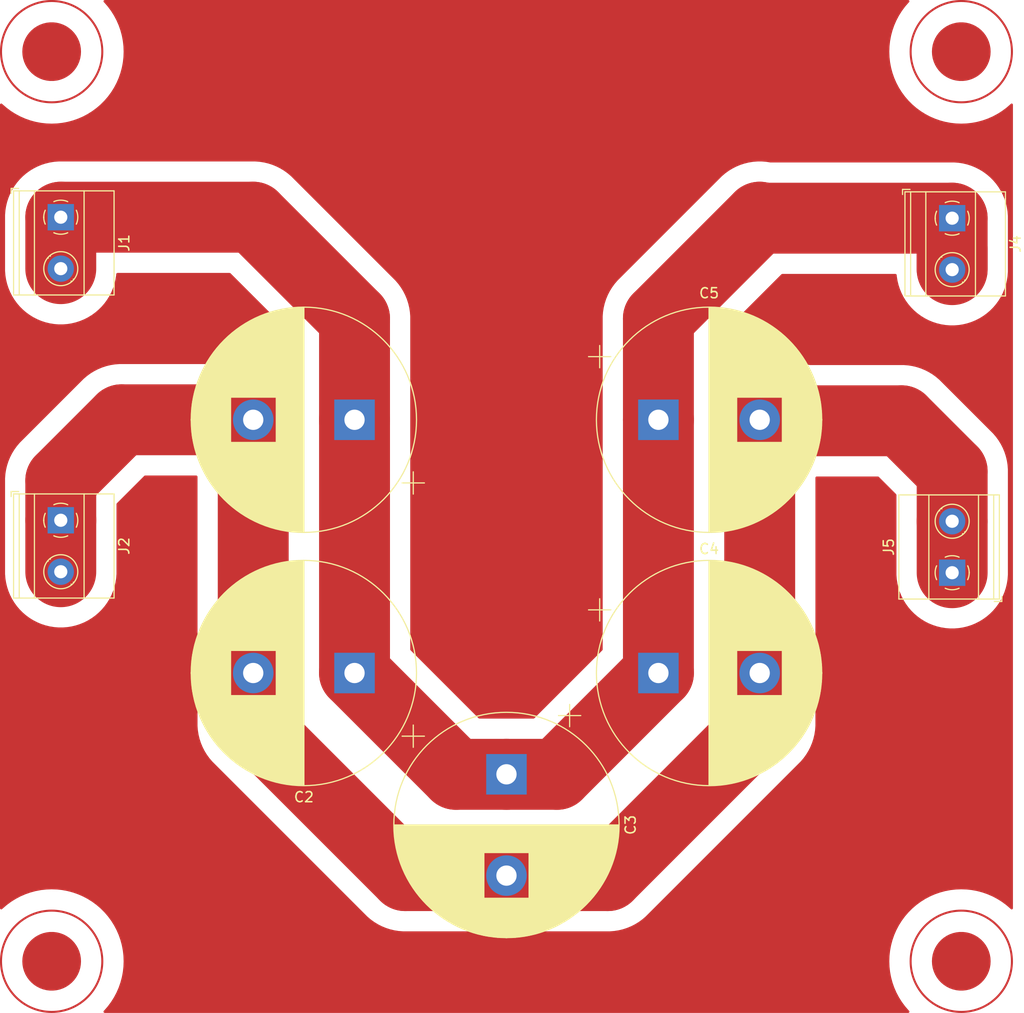
<source format=kicad_pcb>
(kicad_pcb (version 20240108) (generator "pcbnew") (generator_version "8.0")
  (layers (0 "F.Cu" signal) (31 "B.Cu" signal) (34 "B.Paste" user) (35 "F.Paste" user) (36 "B.SilkS" user "B.Silkscreen") (37 "F.SilkS" user "F.Silkscreen") (38 "B.Mask" user) (39 "F.Mask" user) (44 "Edge.Cuts" user))
  (net 0 "")
  (net 1 "Net-(J2-Pin_1)")
  (net 2 "Net-(J1-Pin_1)")
  (footprint "Capacitor_THT:CP_Radial_D22.0mm_P10.00mm_SnapIn" (layer "F.Cu") (at 85 91.442169 180)
    (property "Reference" "C2" (at 5 -12.25 0) (layer "F.SilkS"))
    (property "Value" "C_Polarized" (hide yes))
    (pad "1" thru_hole rect (at 0 0 180) (size 4 4) (drill 2) (layers "*.Cu" "*.Mask") (net 2 "Net-(J1-Pin_1)"))
    (pad "2" thru_hole circle (at 10 0 180) (size 4 4) (drill 2) (layers "*.Cu" "*.Mask") (net 1 "Net-(J2-Pin_1)"))
  )
  (footprint "Capacitor_THT:CP_Radial_D22.0mm_P10.00mm_SnapIn" (layer "F.Cu") (at 85 66.442169 180)
    (property "Reference" "C1" (hide yes))
    (property "Value" "C_Polarized")
    (pad "1" thru_hole rect (at 0 0 180) (size 4 4) (drill 2) (layers "*.Cu" "*.Mask") (net 2 "Net-(J1-Pin_1)"))
    (pad "2" thru_hole circle (at 10 0 180) (size 4 4) (drill 2) (layers "*.Cu" "*.Mask") (net 1 "Net-(J2-Pin_1)"))
  )
  (footprint "Capacitor_THT:CP_Radial_D22.0mm_P10.00mm_SnapIn" (layer "F.Cu") (at 115 91.442169)
    (property "Reference" "C4" (at 5 -12.25 0) (layer "F.SilkS"))
    (property "Value" "C_Polarized")
    (pad "1" thru_hole rect (at 0 0) (size 4 4) (drill 2) (layers "*.Cu" "*.Mask") (net 2 "Net-(J1-Pin_1)"))
    (pad "2" thru_hole circle (at 10 0) (size 4 4) (drill 2) (layers "*.Cu" "*.Mask") (net 1 "Net-(J2-Pin_1)"))
  )
  (footprint "TerminalBlock_Phoenix:TerminalBlock_Phoenix_MKDS-1,5-2-5.08_1x02_P5.08mm_Horizontal" (layer "F.Cu") (at 56 76.362169 -90)
    (property "Reference" "J2" (at 2.54 -6.26 90) (layer "F.SilkS"))
    (property "Value" "Screw_Terminal_01x02" (hide yes))
    (pad "1" thru_hole rect (at 0 0 270) (size 2.6 2.6) (drill 1.3) (layers "*.Cu" "*.Mask") (net 1 "Net-(J2-Pin_1)"))
    (pad "2" thru_hole circle (at 5.08 0 270) (size 2.6 2.6) (drill 1.3) (layers "*.Cu" "*.Mask") (net 1 "Net-(J2-Pin_1)"))
  )
  (footprint "TerminalBlock_Phoenix:TerminalBlock_Phoenix_MKDS-1,5-2-5.08_1x02_P5.08mm_Horizontal" (layer "F.Cu") (at 56 46.442169 -90)
    (property "Reference" "J1" (at 2.54 -6.26 90) (layer "F.SilkS"))
    (property "Value" "Screw_Terminal_01x02" (hide yes))
    (pad "1" thru_hole rect (at 0 0 270) (size 2.6 2.6) (drill 1.3) (layers "*.Cu" "*.Mask") (net 2 "Net-(J1-Pin_1)"))
    (pad "2" thru_hole circle (at 5.08 0 270) (size 2.6 2.6) (drill 1.3) (layers "*.Cu" "*.Mask") (net 2 "Net-(J1-Pin_1)"))
  )
  (footprint "Capacitor_THT:CP_Radial_D22.0mm_P10.00mm_SnapIn" (layer "F.Cu") (at 100 101.442169 -90)
    (property "Reference" "C3" (at 5 -12.25 90) (layer "F.SilkS"))
    (property "Value" "C_Polarized")
    (pad "1" thru_hole rect (at 0 0 270) (size 4 4) (drill 2) (layers "*.Cu" "*.Mask") (net 2 "Net-(J1-Pin_1)"))
    (pad "2" thru_hole circle (at 10 0 270) (size 4 4) (drill 2) (layers "*.Cu" "*.Mask") (net 1 "Net-(J2-Pin_1)"))
  )
  (footprint "TerminalBlock_Phoenix:TerminalBlock_Phoenix_MKDS-1,5-2-5.08_1x02_P5.08mm_Horizontal" (layer "F.Cu") (at 144 81.54 90)
    (property "Reference" "J5" (at 2.54 -6.26 90) (layer "F.SilkS"))
    (property "Value" "Screw_Terminal_01x02" (hide yes))
    (pad "1" thru_hole rect (at 0 0 90) (size 2.6 2.6) (drill 1.3) (layers "*.Cu" "*.Mask") (net 1 "Net-(J2-Pin_1)"))
    (pad "2" thru_hole circle (at 5.08 0 90) (size 2.6 2.6) (drill 1.3) (layers "*.Cu" "*.Mask") (net 1 "Net-(J2-Pin_1)"))
  )
  (footprint "TerminalBlock_Phoenix:TerminalBlock_Phoenix_MKDS-1,5-2-5.08_1x02_P5.08mm_Horizontal" (layer "F.Cu") (at 144 46.54 -90)
    (property "Reference" "J4" (at 2.54 -6.26 90) (layer "F.SilkS"))
    (property "Value" "Screw_Terminal_01x02" (hide yes))
    (pad "1" thru_hole rect (at 0 0 270) (size 2.6 2.6) (drill 1.3) (layers "*.Cu" "*.Mask") (net 2 "Net-(J1-Pin_1)"))
    (pad "2" thru_hole circle (at 5.08 0 270) (size 2.6 2.6) (drill 1.3) (layers "*.Cu" "*.Mask") (net 2 "Net-(J1-Pin_1)"))
  )
  (footprint "Capacitor_THT:CP_Radial_D22.0mm_P10.00mm_SnapIn" (layer "F.Cu") (at 115 66.442169)
    (property "Reference" "C5" (at 5 -12.5 180) (layer "F.SilkS"))
    (property "Value" "C_Polarized")
    (pad "1" thru_hole rect (at 0 0) (size 4 4) (drill 2) (layers "*.Cu" "*.Mask") (net 2 "Net-(J1-Pin_1)"))
    (pad "2" thru_hole circle (at 10 0) (size 4 4) (drill 2) (layers "*.Cu" "*.Mask") (net 1 "Net-(J2-Pin_1)"))
  )
  (gr_circle (center 144.9 30.1) (end 144.9 35.1) (stroke (width 0.2)) (fill none) (layer "F.Cu"))
  (gr_circle (center 55.1 119.9) (end 55.1 124.9) (stroke (width 0.2)) (fill none) (layer "F.Cu"))
  (gr_circle (center 144.9 119.9) (end 144.9 124.9) (stroke (width 0.2)) (fill none) (layer "F.Cu"))
  (gr_circle (center 55.1 30.1) (end 55.1 35.1) (stroke (width 0.2)) (fill none) (layer "F.Cu"))
  (segment (start 110 111.442169) (end 125 96.442169) (width 7) (layer "F.Cu") (net 1))
  (segment (start 62 66.442169) (end 75 66.442169) (width 7) (layer "F.Cu") (net 1))
  (segment (start 56 76.362169) (end 56 72.442169) (width 7) (layer "F.Cu") (net 1))
  (segment (start 144 81.54) (end 144 76.46) (width 7) (layer "F.Cu") (net 1))
  (segment (start 56 72.442169) (end 62 66.442169) (width 7) (layer "F.Cu") (net 1))
  (segment (start 129 66.54) (end 128.902169 66.442169) (width 7) (layer "F.Cu") (net 1))
  (segment (start 90 111.442169) (end 100 111.442169) (width 7) (layer "F.Cu") (net 1))
  (segment (start 144 76.46) (end 144 71.54) (width 7) (layer "F.Cu") (net 1))
  (segment (start 56 81.442169) (end 56 76.362169) (width 7) (layer "F.Cu") (net 1))
  (segment (start 125 96.442169) (end 125 91.442169) (width 7) (layer "F.Cu") (net 1))
  (segment (start 128.902169 66.442169) (end 125 66.442169) (width 7) (layer "F.Cu") (net 1))
  (segment (start 75 66.442169) (end 75 91.442169) (width 7) (layer "F.Cu") (net 1))
  (segment (start 100 111.442169) (end 110 111.442169) (width 7) (layer "F.Cu") (net 1))
  (segment (start 125 91.442169) (end 125 66.442169) (width 7) (layer "F.Cu") (net 1))
  (segment (start 75 91.442169) (end 75 96.442169) (width 7) (layer "F.Cu") (net 1))
  (segment (start 139 66.54) (end 129 66.54) (width 7) (layer "F.Cu") (net 1))
  (segment (start 144 71.54) (end 139 66.54) (width 7) (layer "F.Cu") (net 1))
  (segment (start 75 96.442169) (end 90 111.442169) (width 7) (layer "F.Cu") (net 1))
  (segment (start 144 46.54) (end 125.097831 46.54) (width 7) (layer "F.Cu") (net 2))
  (segment (start 85 91.442169) (end 95 101.442169) (width 7) (layer "F.Cu") (net 2))
  (segment (start 100 101.442169) (end 105 101.442169) (width 7) (layer "F.Cu") (net 2))
  (segment (start 105 101.442169) (end 115 91.442169) (width 7) (layer "F.Cu") (net 2))
  (segment (start 144 51.54) (end 144 49.54) (width 7) (layer "F.Cu") (net 2))
  (segment (start 144 51.62) (end 144 46.54) (width 7) (layer "F.Cu") (net 2))
  (segment (start 56 46.442169) (end 56 51.522169) (width 7) (layer "F.Cu") (net 2))
  (segment (start 85 56.442169) (end 85 66.442169) (width 7) (layer "F.Cu") (net 2))
  (segment (start 85 66.442169) (end 85 91.442169) (width 7) (layer "F.Cu") (net 2))
  (segment (start 115 91.442169) (end 115 66.442169) (width 7) (layer "F.Cu") (net 2))
  (segment (start 125.097831 46.54) (end 125 46.442169) (width 7) (layer "F.Cu") (net 2))
  (segment (start 56 46.442169) (end 75 46.442169) (width 7) (layer "F.Cu") (net 2))
  (segment (start 75 46.442169) (end 85 56.442169) (width 7) (layer "F.Cu") (net 2))
  (segment (start 125 46.442169) (end 115 56.442169) (width 7) (layer "F.Cu") (net 2))
  (segment (start 115 56.442169) (end 115 66.442169) (width 7) (layer "F.Cu") (net 2))
  (segment (start 95 101.442169) (end 100 101.442169) (width 7) (layer "F.Cu") (net 2))
  (zone (net 0) (net_name "") (layer "F.Cu") (connect_pads (clearance 2)) (min_thickness 0.25) (fill yes (thermal_gap 0.5) (thermal_bridge_width 0.5) (island_removal_mode 1) (island_area_min 10))
    (polygon (pts (xy 50 25) (xy 150 25) (xy 150 125) (xy 50 125)))
  )
)
</source>
